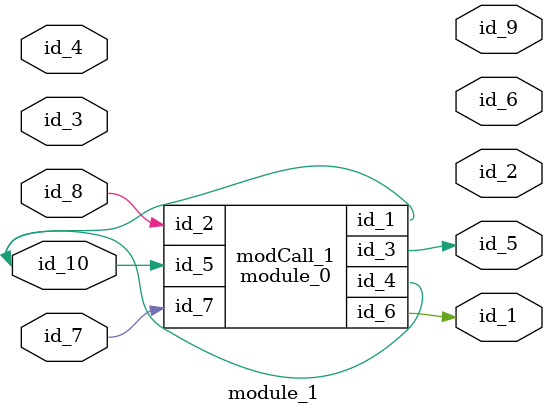
<source format=v>
module module_0 (
    id_1,
    id_2,
    id_3,
    id_4,
    id_5,
    id_6,
    id_7
);
  input wire id_7;
  output wire id_6;
  input wire id_5;
  inout wire id_4;
  output wire id_3;
  input wire id_2;
  inout wire id_1;
  wire id_8 = id_8;
endmodule
module module_1 (
    id_1,
    id_2,
    id_3,
    id_4,
    id_5,
    id_6,
    id_7,
    id_8,
    id_9,
    id_10
);
  inout wire id_10;
  output wire id_9;
  inout wire id_8;
  input wire id_7;
  output wire id_6;
  output wire id_5;
  inout wire id_4;
  inout wire id_3;
  output wire id_2;
  output wire id_1;
  assign id_6[1] = id_7;
  module_0 modCall_1 (
      id_10,
      id_8,
      id_5,
      id_10,
      id_10,
      id_1,
      id_7
  );
endmodule

</source>
